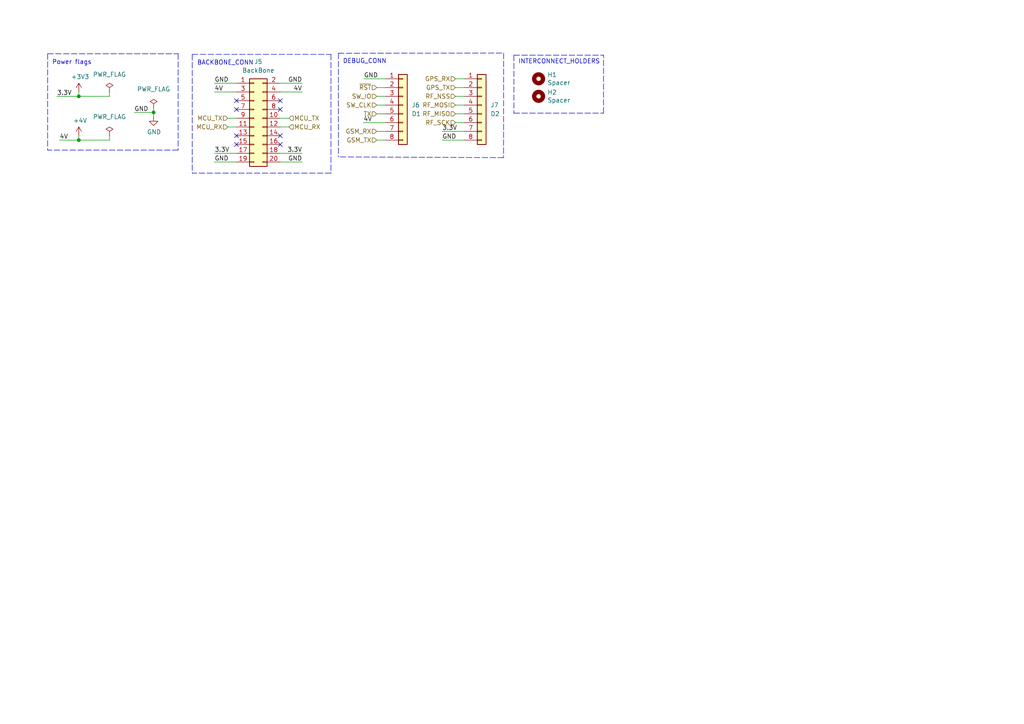
<source format=kicad_sch>
(kicad_sch (version 20211123) (generator eeschema)
  (paper "A4")
  (title_block (title "I/O") (date "%%date%%") (rev "%%version%%") (company "BASEMENT"))
  (lib_symbols
    (symbol "Connector_Generic:Conn_01x08" (pin_names (offset 1.016) hide)
      (property "Reference" "J" (at 0 10.16 0))
      (property "Value" "Conn_01x08" (at 0 -12.7 0))
      (symbol "Conn_01x08_1_1"
        (rectangle (start -1.27 -10.033) (end 0 -10.287) (stroke (width 0.1524)))
        (rectangle (start -1.27 -7.493) (end 0 -7.747) (stroke (width 0.1524)))
        (rectangle (start -1.27 -4.953) (end 0 -5.207) (stroke (width 0.1524)))
        (rectangle (start -1.27 -2.413) (end 0 -2.667) (stroke (width 0.1524)))
        (rectangle (start -1.27 0.127) (end 0 -0.127) (stroke (width 0.1524)))
        (rectangle (start -1.27 2.667) (end 0 2.413) (stroke (width 0.1524)))
        (rectangle (start -1.27 5.207) (end 0 4.953) (stroke (width 0.1524)))
        (rectangle (start -1.27 7.747) (end 0 7.493) (stroke (width 0.1524)))
        (rectangle (start -1.27 8.89) (end 1.27 -11.43) (stroke (width 0.254)) (fill (type background)))
        (pin passive line (at -5.08 7.62 0) (length 3.81) (name "Pin_1") (number "1"))
        (pin passive line (at -5.08 5.08 0) (length 3.81) (name "Pin_2") (number "2"))
        (pin passive line (at -5.08 2.54 0) (length 3.81) (name "Pin_3") (number "3"))
        (pin passive line (at -5.08 0 0) (length 3.81) (name "Pin_4") (number "4"))
        (pin passive line (at -5.08 -2.54 0) (length 3.81) (name "Pin_5") (number "5"))
        (pin passive line (at -5.08 -5.08 0) (length 3.81) (name "Pin_6") (number "6"))
        (pin passive line (at -5.08 -7.62 0) (length 3.81) (name "Pin_7") (number "7"))
        (pin passive line (at -5.08 -10.16 0) (length 3.81) (name "Pin_8") (number "8"))
      )
    )
    (symbol "Connector_Generic:Conn_02x10_Odd_Even" (pin_names (offset 1.016) hide)
      (property "Reference" "J" (at 1.27 12.7 0))
      (property "Value" "Conn_02x10_Odd_Even" (at 1.27 -15.24 0))
      (symbol "Conn_02x10_Odd_Even_1_1"
        (rectangle (start -1.27 -12.573) (end 0 -12.827) (stroke (width 0.1524)))
        (rectangle (start -1.27 -10.033) (end 0 -10.287) (stroke (width 0.1524)))
        (rectangle (start -1.27 -7.493) (end 0 -7.747) (stroke (width 0.1524)))
        (rectangle (start -1.27 -4.953) (end 0 -5.207) (stroke (width 0.1524)))
        (rectangle (start -1.27 -2.413) (end 0 -2.667) (stroke (width 0.1524)))
        (rectangle (start -1.27 0.127) (end 0 -0.127) (stroke (width 0.1524)))
        (rectangle (start -1.27 2.667) (end 0 2.413) (stroke (width 0.1524)))
        (rectangle (start -1.27 5.207) (end 0 4.953) (stroke (width 0.1524)))
        (rectangle (start -1.27 7.747) (end 0 7.493) (stroke (width 0.1524)))
        (rectangle (start -1.27 10.287) (end 0 10.033) (stroke (width 0.1524)))
        (rectangle (start -1.27 11.43) (end 3.81 -13.97) (stroke (width 0.254)) (fill (type background)))
        (rectangle (start 3.81 -12.573) (end 2.54 -12.827) (stroke (width 0.1524)))
        (rectangle (start 3.81 -10.033) (end 2.54 -10.287) (stroke (width 0.1524)))
        (rectangle (start 3.81 -7.493) (end 2.54 -7.747) (stroke (width 0.1524)))
        (rectangle (start 3.81 -4.953) (end 2.54 -5.207) (stroke (width 0.1524)))
        (rectangle (start 3.81 -2.413) (end 2.54 -2.667) (stroke (width 0.1524)))
        (rectangle (start 3.81 0.127) (end 2.54 -0.127) (stroke (width 0.1524)))
        (rectangle (start 3.81 2.667) (end 2.54 2.413) (stroke (width 0.1524)))
        (rectangle (start 3.81 5.207) (end 2.54 4.953) (stroke (width 0.1524)))
        (rectangle (start 3.81 7.747) (end 2.54 7.493) (stroke (width 0.1524)))
        (rectangle (start 3.81 10.287) (end 2.54 10.033) (stroke (width 0.1524)))
        (pin passive line (at -5.08 10.16 0) (length 3.81) (name "Pin_1") (number "1"))
        (pin passive line (at 7.62 0 180) (length 3.81) (name "Pin_10") (number "10"))
        (pin passive line (at -5.08 -2.54 0) (length 3.81) (name "Pin_11") (number "11"))
        (pin passive line (at 7.62 -2.54 180) (length 3.81) (name "Pin_12") (number "12"))
        (pin passive line (at -5.08 -5.08 0) (length 3.81) (name "Pin_13") (number "13"))
        (pin passive line (at 7.62 -5.08 180) (length 3.81) (name "Pin_14") (number "14"))
        (pin passive line (at -5.08 -7.62 0) (length 3.81) (name "Pin_15") (number "15"))
        (pin passive line (at 7.62 -7.62 180) (length 3.81) (name "Pin_16") (number "16"))
        (pin passive line (at -5.08 -10.16 0) (length 3.81) (name "Pin_17") (number "17"))
        (pin passive line (at 7.62 -10.16 180) (length 3.81) (name "Pin_18") (number "18"))
        (pin passive line (at -5.08 -12.7 0) (length 3.81) (name "Pin_19") (number "19"))
        (pin passive line (at 7.62 10.16 180) (length 3.81) (name "Pin_2") (number "2"))
        (pin passive line (at 7.62 -12.7 180) (length 3.81) (name "Pin_20") (number "20"))
        (pin passive line (at -5.08 7.62 0) (length 3.81) (name "Pin_3") (number "3"))
        (pin passive line (at 7.62 7.62 180) (length 3.81) (name "Pin_4") (number "4"))
        (pin passive line (at -5.08 5.08 0) (length 3.81) (name "Pin_5") (number "5"))
        (pin passive line (at 7.62 5.08 180) (length 3.81) (name "Pin_6") (number "6"))
        (pin passive line (at -5.08 2.54 0) (length 3.81) (name "Pin_7") (number "7"))
        (pin passive line (at 7.62 2.54 180) (length 3.81) (name "Pin_8") (number "8"))
        (pin passive line (at -5.08 0 0) (length 3.81) (name "Pin_9") (number "9"))
      )
    )
    (symbol "Mechanical:MountingHole" (pin_names (offset 1.016))
      (property "Reference" "H" (at 0 5.08 0))
      (property "Value" "MountingHole" (at 0 3.175 0))
      (symbol "MountingHole_0_1"
        (circle (center 0 0) (radius 1.27) (stroke (width 1.27)))
      )
    )
    (symbol "power:+3.3V" (power) (pin_names (offset 0))
      (property "Value" "+3.3V" (at 0 3.556 0))
      (symbol "+3.3V_0_1"
        (polyline (pts (xy -0.762 1.27) (xy 0 2.54)))
        (polyline (pts (xy 0 0) (xy 0 2.54)))
        (polyline (pts (xy 0 2.54) (xy 0.762 1.27)))
      )
      (symbol "+3.3V_1_1"
        (pin power_in line (at 0 0 90) (length 0) hide (name "+3V3") (number "1"))
      )
    )
    (symbol "power:+4V" (power) (pin_names (offset 0))
      (property "Value" "+4V" (at 0 3.556 0))
      (symbol "+4V_0_1"
        (polyline (pts (xy -0.762 1.27) (xy 0 2.54)))
        (polyline (pts (xy 0 0) (xy 0 2.54)))
        (polyline (pts (xy 0 2.54) (xy 0.762 1.27)))
      )
      (symbol "+4V_1_1"
        (pin power_in line (at 0 0 90) (length 0) hide (name "+4V") (number "1"))
      )
    )
    (symbol "power:GND" (power) (pin_names (offset 0))
      (property "Value" "GND" (at 0 -3.81 0))
      (symbol "GND_0_1"
        (polyline (pts (xy 0 0) (xy 0 -1.27) (xy 1.27 -1.27) (xy 0 -2.54) (xy -1.27 -1.27) (xy 0 -1.27)))
      )
      (symbol "GND_1_1"
        (pin power_in line (at 0 0 270) (length 0) hide (name "GND") (number "1"))
      )
    )
    (symbol "power:PWR_FLAG" (power) (pin_numbers hide) (pin_names (offset 0) hide)
      (property "Value" "PWR_FLAG" (at 0 3.81 0))
      (symbol "PWR_FLAG_0_0"
        (pin power_out line (at 0 0 90) (length 0) (name "pwr") (number "1"))
      )
      (symbol "PWR_FLAG_0_1"
        (polyline (pts (xy 0 0) (xy 0 1.27) (xy -1.016 1.905) (xy 0 2.54) (xy 1.016 1.905) (xy 0 1.27)))
      )
    )
  )
  (junction (at 44.5516 32.6136))
  (junction (at 22.86 40.64))
  (junction (at 22.86 27.94))
  (no_connect (at 81.28 39.37))
  (no_connect (at 81.28 29.21))
  (no_connect (at 68.58 41.91))
  (no_connect (at 68.58 29.21))
  (no_connect (at 68.58 39.37))
  (no_connect (at 81.28 41.91))
  (no_connect (at 68.58 31.75))
  (no_connect (at 81.28 31.75))
  (polyline (pts (xy 95.9866 50.2158) (xy 55.753 50.2158)))
  (wire (pts (xy 31.75 40.64) (xy 31.75 39.37)))
  (polyline (pts (xy 51.6636 43.5356) (xy 13.8176 43.5356)))
  (wire (pts (xy 111.76 40.64) (xy 109.22 40.64)))
  (polyline (pts (xy 98.1456 15.4432) (xy 146.0754 15.3924)))
  (wire (pts (xy 44.5516 33.8836) (xy 44.5516 32.6136)))
  (wire (pts (xy 134.62 27.94) (xy 132.08 27.94)))
  (polyline (pts (xy 175.0568 32.8168) (xy 175.0568 16.002)))
  (polyline (pts (xy 55.753 15.7734) (xy 55.753 50.2158)))
  (wire (pts (xy 111.76 30.48) (xy 109.22 30.48)))
  (wire (pts (xy 17.272 40.64) (xy 22.86 40.64)))
  (polyline (pts (xy 146.0754 15.3924) (xy 146.05 45.72)))
  (wire (pts (xy 62.23 26.67) (xy 68.58 26.67)))
  (wire (pts (xy 22.86 40.64) (xy 31.75 40.64)))
  (wire (pts (xy 22.86 26.67) (xy 22.86 27.94)))
  (wire (pts (xy 62.23 46.99) (xy 68.58 46.99)))
  (wire (pts (xy 134.62 35.56) (xy 132.08 35.56)))
  (polyline (pts (xy 51.6636 15.5956) (xy 51.6636 43.5356)))
  (polyline (pts (xy 149.0472 16.002) (xy 149.0472 32.8168)))
  (wire (pts (xy 31.75 27.94) (xy 31.75 26.67)))
  (wire (pts (xy 134.62 25.4) (xy 132.08 25.4)))
  (wire (pts (xy 105.5624 22.86) (xy 111.76 22.86)))
  (polyline (pts (xy 13.8176 15.5956) (xy 51.6636 15.5956)))
  (wire (pts (xy 111.76 33.02) (xy 109.22 33.02)))
  (polyline (pts (xy 98.1456 15.4432) (xy 98.1456 45.5168)))
  (wire (pts (xy 22.86 40.64) (xy 22.86 39.37)))
  (wire (pts (xy 128.27 40.64) (xy 134.62 40.64)))
  (wire (pts (xy 134.62 30.48) (xy 132.08 30.48)))
  (wire (pts (xy 66.04 34.29) (xy 68.58 34.29)))
  (wire (pts (xy 81.28 34.29) (xy 83.82 34.29)))
  (polyline (pts (xy 149.0472 16.002) (xy 175.0568 16.002)))
  (wire (pts (xy 62.23 24.13) (xy 68.58 24.13)))
  (polyline (pts (xy 146.05 45.72) (xy 98.1456 45.5168)))
  (polyline (pts (xy 95.9866 15.7734) (xy 95.9866 50.2158)))
  (polyline (pts (xy 13.8176 15.5956) (xy 13.8176 43.5356)))
  (wire (pts (xy 134.62 22.86) (xy 132.08 22.86)))
  (polyline (pts (xy 55.753 15.7734) (xy 95.9866 15.7734)))
  (wire (pts (xy 16.51 27.94) (xy 22.86 27.94)))
  (wire (pts (xy 81.28 46.99) (xy 87.63 46.99)))
  (polyline (pts (xy 149.0472 32.8168) (xy 175.0568 32.8168)))
  (wire (pts (xy 134.62 33.02) (xy 132.08 33.02)))
  (wire (pts (xy 66.04 36.83) (xy 68.58 36.83)))
  (wire (pts (xy 81.28 24.13) (xy 87.63 24.13)))
  (wire (pts (xy 111.76 25.4) (xy 109.22 25.4)))
  (wire (pts (xy 111.76 27.94) (xy 109.22 27.94)))
  (wire (pts (xy 105.41 35.56) (xy 111.76 35.56)))
  (wire (pts (xy 44.5516 31.3436) (xy 44.5516 32.6136)))
  (wire (pts (xy 81.28 44.45) (xy 87.63 44.45)))
  (wire (pts (xy 111.76 38.1) (xy 109.22 38.1)))
  (wire (pts (xy 81.28 26.67) (xy 87.63 26.67)))
  (wire (pts (xy 22.86 27.94) (xy 31.75 27.94)))
  (wire (pts (xy 62.23 44.45) (xy 68.58 44.45)))
  (wire (pts (xy 38.9636 32.6136) (xy 44.5516 32.6136)))
  (wire (pts (xy 128.27 38.1) (xy 134.62 38.1)))
  (wire (pts (xy 81.28 36.83) (xy 83.82 36.83)))
  (text "BACKBONE_CONN" (at 57.15 19.05 0) (effects (font (size 1.27 1.27)) (justify left bottom)))
  (text "DEBUG_CONN\n" (at 99.4156 18.5928 0) (effects (font (size 1.27 1.27)) (justify left bottom)))
  (text "Power flags\n" (at 15.0876 18.8976 0) (effects (font (size 1.27 1.27)) (justify left bottom)))
  (text "INTERCONNECT_HOLDERS\n" (at 150.3172 18.6944 0) (effects (font (size 1.27 1.27)) (justify left bottom)))
  (label "GND" (at 38.9636 32.6136 0))
  (label "3.3V" (at 16.51 27.94 0))
  (label "GND" (at 87.63 24.13 180))
  (label "GND" (at 62.23 24.13 0))
  (label "4V" (at 62.23 26.67 0))
  (label "4V" (at 87.63 26.67 180))
  (label "4V" (at 17.272 40.64 0))
  (label "GND" (at 105.5624 22.86 0))
  (label "GND" (at 62.23 46.99 0))
  (label "4V" (at 105.41 35.56 0))
  (label "3.3V" (at 87.63 44.45 180))
  (label "GND" (at 87.63 46.99 180))
  (label "3.3V" (at 128.27 38.1 0))
  (label "3.3V" (at 62.23 44.45 0))
  (label "GND" (at 128.27 40.64 0))
  (hierarchical_label "MCU_RX" (shape input) (at 66.04 36.83 180))
  (hierarchical_label "GSM_TX" (shape input) (at 109.22 40.64 180))
  (hierarchical_label "RF_NSS" (shape input) (at 132.08 27.94 180))
  (hierarchical_label "TX" (shape input) (at 109.22 33.02 180))
  (hierarchical_label "SW_IO" (shape input) (at 109.22 27.94 180))
  (hierarchical_label "MCU_RX" (shape input) (at 83.82 36.83 0))
  (hierarchical_label "RF_SCK" (shape input) (at 132.08 35.56 180))
  (hierarchical_label "RF_MISO" (shape input) (at 132.08 33.02 180))
  (hierarchical_label "MCU_TX" (shape input) (at 83.82 34.29 0))
  (hierarchical_label "MCU_TX" (shape input) (at 66.04 34.29 180))
  (hierarchical_label "SW_CLK" (shape input) (at 109.22 30.48 180))
  (hierarchical_label "GSM_RX" (shape input) (at 109.22 38.1 180))
  (hierarchical_label "RF_MOSI" (shape input) (at 132.08 30.48 180))
  (hierarchical_label "GPS_TX" (shape input) (at 132.08 25.4 180))
  (hierarchical_label "GPS_RX" (shape input) (at 132.08 22.86 180))
  (hierarchical_label "~{RST}" (shape input) (at 109.22 25.4 180))
  (symbol (lib_id "power:PWR_FLAG") (at 44.5516 31.3436 0) (unit 1)
    (property "Reference" "#FLG0102" (effects hide))
    (property "Value" "PWR_FLAG" (at 44.5516 25.8572 0))
  )
  (symbol (lib_id "power:+3.3V") (at 22.86 26.67 0) (unit 1)
    (property "Reference" "#PWR0128" (effects hide))
    (property "Value" "+3.3V" (at 23.241 22.2758 0))
  )
  (symbol (lib_id "power:+4V") (at 22.86 39.37 0) (unit 1)
    (property "Reference" "#PWR0132" (effects hide))
    (property "Value" "+4V" (at 23.241 34.9758 0))
  )
  (symbol (lib_id "power:PWR_FLAG") (at 31.75 39.37 0) (unit 1)
    (property "Reference" "#FLG0103" (effects hide))
    (property "Value" "PWR_FLAG" (at 31.75 33.8836 0))
  )
  (symbol (lib_id "power:PWR_FLAG") (at 31.75 26.67 0) (unit 1)
    (property "Reference" "#FLG0101" (effects hide))
    (property "Value" "PWR_FLAG" (at 31.75 21.59 0))
  )
  (symbol (lib_id "Mechanical:MountingHole") (at 156.21 27.94 0) (unit 1)
    (property "Reference" "H2" (at 158.75 26.7716 0) (effects (justify left)))
    (property "Value" "Spacer" (at 158.75 29.083 0) (effects (justify left)))
    (property "Footprint" "MountingHole:MountingHole_3.2mm_M3" (effects hide))
  )
  (symbol (lib_id "Connector_Generic:Conn_01x08") (at 116.84 30.48 0) (unit 1)
    (property "Reference" "J6" (at 119.38 30.4799 0) (effects (justify left)))
    (property "Value" "D1" (at 119.38 33.0199 0) (effects (justify left)))
    (property "Footprint" "Connector_PinSocket_2.54mm:PinSocket_1x08_P2.54mm_Horizontal" (effects hide))
  )
  (symbol (lib_id "Connector_Generic:Conn_02x10_Odd_Even") (at 73.66 34.29 0) (unit 1)
    (property "Reference" "J5" (at 74.93 17.8816 0))
    (property "Value" "BackBone" (at 74.93 20.4216 0))
    (property "Footprint" "Connector_PinSocket_2.54mm:PinSocket_2x10_P2.54mm_Horizontal" (effects hide))
  )
  (symbol (lib_id "Mechanical:MountingHole") (at 156.21 22.86 0) (unit 1)
    (property "Reference" "H1" (at 158.75 21.6916 0) (effects (justify left)))
    (property "Value" "Spacer" (at 158.75 24.003 0) (effects (justify left)))
    (property "Footprint" "MountingHole:MountingHole_3.2mm_M3" (effects hide))
  )
  (symbol (lib_id "Connector_Generic:Conn_01x08") (at 139.7 30.48 0) (unit 1)
    (property "Reference" "J7" (at 142.24 30.4799 0) (effects (justify left)))
    (property "Value" "D2" (at 142.24 33.0199 0) (effects (justify left)))
    (property "Footprint" "Connector_PinSocket_2.54mm:PinSocket_1x08_P2.54mm_Horizontal" (effects hide))
  )
  (symbol (lib_id "power:GND") (at 44.5516 33.8836 0) (unit 1)
    (property "Reference" "#PWR0133" (effects hide))
    (property "Value" "GND" (at 44.6786 38.2778 0))
  )
)
</source>
